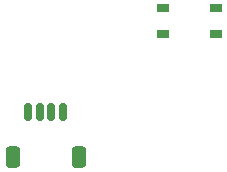
<source format=gtp>
G04 #@! TF.GenerationSoftware,KiCad,Pcbnew,7.0.1*
G04 #@! TF.CreationDate,2023-06-02T18:37:16-05:00*
G04 #@! TF.ProjectId,PicoFeatherWingDuo,5069636f-4665-4617-9468-657257696e67,1*
G04 #@! TF.SameCoordinates,Original*
G04 #@! TF.FileFunction,Paste,Top*
G04 #@! TF.FilePolarity,Positive*
%FSLAX46Y46*%
G04 Gerber Fmt 4.6, Leading zero omitted, Abs format (unit mm)*
G04 Created by KiCad (PCBNEW 7.0.1) date 2023-06-02 18:37:16*
%MOMM*%
%LPD*%
G01*
G04 APERTURE LIST*
G04 Aperture macros list*
%AMRoundRect*
0 Rectangle with rounded corners*
0 $1 Rounding radius*
0 $2 $3 $4 $5 $6 $7 $8 $9 X,Y pos of 4 corners*
0 Add a 4 corners polygon primitive as box body*
4,1,4,$2,$3,$4,$5,$6,$7,$8,$9,$2,$3,0*
0 Add four circle primitives for the rounded corners*
1,1,$1+$1,$2,$3*
1,1,$1+$1,$4,$5*
1,1,$1+$1,$6,$7*
1,1,$1+$1,$8,$9*
0 Add four rect primitives between the rounded corners*
20,1,$1+$1,$2,$3,$4,$5,0*
20,1,$1+$1,$4,$5,$6,$7,0*
20,1,$1+$1,$6,$7,$8,$9,0*
20,1,$1+$1,$8,$9,$2,$3,0*%
G04 Aperture macros list end*
%ADD10RoundRect,0.150000X-0.150000X-0.625000X0.150000X-0.625000X0.150000X0.625000X-0.150000X0.625000X0*%
%ADD11RoundRect,0.250000X-0.350000X-0.650000X0.350000X-0.650000X0.350000X0.650000X-0.350000X0.650000X0*%
%ADD12R,1.000000X0.700000*%
G04 APERTURE END LIST*
D10*
X140740000Y-105696000D03*
X141740000Y-105696000D03*
X142740000Y-105696000D03*
X143740000Y-105696000D03*
D11*
X139440000Y-109571000D03*
X145040000Y-109571000D03*
D12*
X152182000Y-96969000D03*
X156682000Y-96969000D03*
X152182000Y-99119000D03*
X156682000Y-99119000D03*
M02*

</source>
